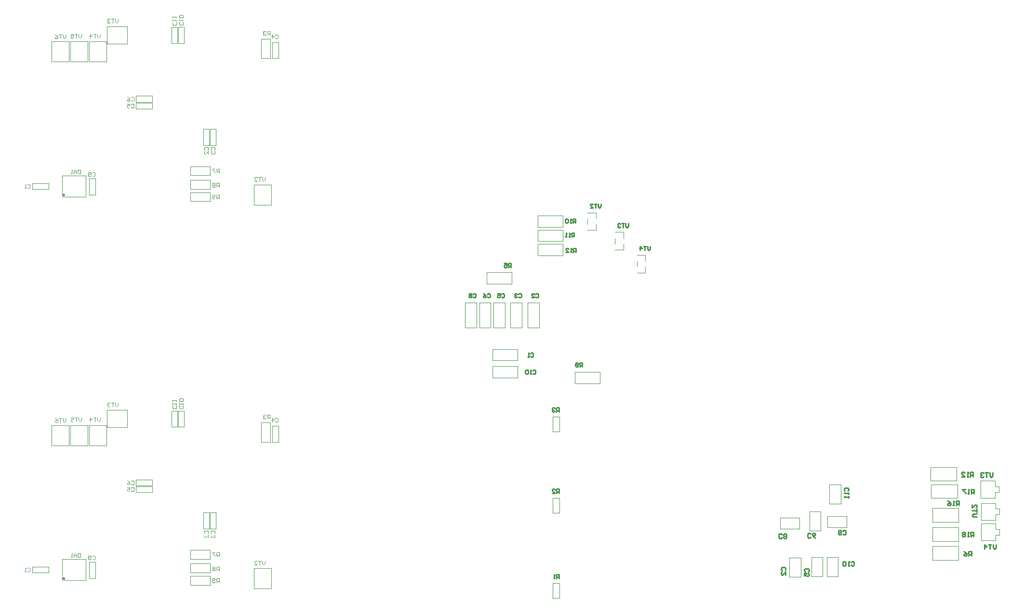
<source format=gbr>
G04*
G04 #@! TF.GenerationSoftware,Altium Limited,Altium Designer,24.2.2 (26)*
G04*
G04 Layer_Color=32896*
%FSLAX44Y44*%
%MOMM*%
G71*
G04*
G04 #@! TF.SameCoordinates,E132748E-00BF-457D-A5CC-83FA1D806D28*
G04*
G04*
G04 #@! TF.FilePolarity,Positive*
G04*
G01*
G75*
%ADD22C,0.2540*%
%ADD24C,0.2500*%
%ADD84C,0.1000*%
%ADD86C,0.0500*%
D22*
X1757334Y500502D02*
X1756001Y501835D01*
Y504501D01*
X1757334Y505834D01*
X1762666D01*
X1763999Y504501D01*
Y501835D01*
X1762666Y500502D01*
X1763999Y497836D02*
Y495171D01*
Y496503D01*
X1756001D01*
X1757334Y497836D01*
X1763999Y491172D02*
Y488506D01*
Y489839D01*
X1756001D01*
X1757334Y491172D01*
X1768165Y375416D02*
X1769498Y376749D01*
X1772164D01*
X1773497Y375416D01*
Y370084D01*
X1772164Y368751D01*
X1769498D01*
X1768165Y370084D01*
X1765499Y368751D02*
X1762834D01*
X1764166D01*
Y376749D01*
X1765499Y375416D01*
X1758835D02*
X1757502Y376749D01*
X1754836D01*
X1753503Y375416D01*
Y370084D01*
X1754836Y368751D01*
X1757502D01*
X1758835Y370084D01*
Y375416D01*
X1753833Y430166D02*
X1755166Y431499D01*
X1757832D01*
X1759164Y430166D01*
Y424834D01*
X1757832Y423501D01*
X1755166D01*
X1753833Y424834D01*
X1751167D02*
X1749834Y423501D01*
X1747168D01*
X1745836Y424834D01*
Y430166D01*
X1747168Y431499D01*
X1749834D01*
X1751167Y430166D01*
Y428833D01*
X1749834Y427500D01*
X1745836D01*
X1646837Y418734D02*
X1645504Y417402D01*
X1642838D01*
X1641505Y418734D01*
Y424066D01*
X1642838Y425399D01*
X1645504D01*
X1646837Y424066D01*
X1649503Y418734D02*
X1650836Y417402D01*
X1653502D01*
X1654834Y418734D01*
Y420067D01*
X1653502Y421400D01*
X1654834Y422733D01*
Y424066D01*
X1653502Y425399D01*
X1650836D01*
X1649503Y424066D01*
Y422733D01*
X1650836Y421400D01*
X1649503Y420067D01*
Y418734D01*
X1650836Y421400D02*
X1653502D01*
X1983997Y495751D02*
Y503749D01*
X1979998D01*
X1978665Y502416D01*
Y499750D01*
X1979998Y498417D01*
X1983997D01*
X1981331D02*
X1978665Y495751D01*
X1975999D02*
X1973333D01*
X1974666D01*
Y503749D01*
X1975999Y502416D01*
X1969335Y503749D02*
X1964003D01*
Y502416D01*
X1969335Y497084D01*
Y495751D01*
X2022913Y406249D02*
Y400917D01*
X2020247Y398251D01*
X2017582Y400917D01*
Y406249D01*
X2014916D02*
X2009584D01*
X2012250D01*
Y398251D01*
X2002920D02*
Y406249D01*
X2006918Y402250D01*
X2001587D01*
X2017163Y532749D02*
Y527417D01*
X2014497Y524751D01*
X2011832Y527417D01*
Y532749D01*
X2009166D02*
X2003834D01*
X2006500D01*
Y524751D01*
X2001168Y531416D02*
X1999836Y532749D01*
X1997170D01*
X1995837Y531416D01*
Y530083D01*
X1997170Y528750D01*
X1998503D01*
X1997170D01*
X1995837Y527417D01*
Y526084D01*
X1997170Y524751D01*
X1999836D01*
X2001168Y526084D01*
X1988999Y455087D02*
X1983667D01*
X1981002Y457753D01*
X1983667Y460419D01*
X1988999D01*
Y463084D02*
Y468416D01*
Y465750D01*
X1981002D01*
Y476413D02*
Y471082D01*
X1986333Y476413D01*
X1987666D01*
X1988999Y475081D01*
Y472415D01*
X1987666Y471082D01*
X1983397Y420251D02*
Y428249D01*
X1979398D01*
X1978065Y426916D01*
Y424250D01*
X1979398Y422917D01*
X1983397D01*
X1980731D02*
X1978065Y420251D01*
X1975399D02*
X1972733D01*
X1974066D01*
Y428249D01*
X1975399Y426916D01*
X1968735D02*
X1967402Y428249D01*
X1964736D01*
X1963403Y426916D01*
Y425583D01*
X1964736Y424250D01*
X1963403Y422917D01*
Y421584D01*
X1964736Y420251D01*
X1967402D01*
X1968735Y421584D01*
Y422917D01*
X1967402Y424250D01*
X1968735Y425583D01*
Y426916D01*
X1967402Y424250D02*
X1964736D01*
X1957747Y475251D02*
Y483249D01*
X1953748D01*
X1952415Y481916D01*
Y479250D01*
X1953748Y477917D01*
X1957747D01*
X1955081D02*
X1952415Y475251D01*
X1949749D02*
X1947084D01*
X1948416D01*
Y483249D01*
X1949749Y481916D01*
X1937753Y483249D02*
X1940419Y481916D01*
X1943085Y479250D01*
Y476584D01*
X1941752Y475251D01*
X1939086D01*
X1937753Y476584D01*
Y477917D01*
X1939086Y479250D01*
X1943085D01*
X1982497Y525751D02*
Y533749D01*
X1978498D01*
X1977165Y532416D01*
Y529750D01*
X1978498Y528417D01*
X1982497D01*
X1979831D02*
X1977165Y525751D01*
X1974499D02*
X1971833D01*
X1973166D01*
Y533749D01*
X1974499Y532416D01*
X1962503Y525751D02*
X1967835D01*
X1962503Y531083D01*
Y532416D01*
X1963836Y533749D01*
X1966502D01*
X1967835Y532416D01*
X1979664Y386251D02*
Y394249D01*
X1975666D01*
X1974333Y392916D01*
Y390250D01*
X1975666Y388917D01*
X1979664D01*
X1976999D02*
X1974333Y386251D01*
X1966335Y394249D02*
X1969001Y392916D01*
X1971667Y390250D01*
Y387584D01*
X1970334Y386251D01*
X1967668D01*
X1966335Y387584D01*
Y388917D01*
X1967668Y390250D01*
X1971667D01*
X1697417Y419584D02*
X1696084Y418251D01*
X1693418D01*
X1692086Y419584D01*
Y424916D01*
X1693418Y426249D01*
X1696084D01*
X1697417Y424916D01*
X1705414Y418251D02*
X1702749Y419584D01*
X1700083Y422250D01*
Y424916D01*
X1701416Y426249D01*
X1704082D01*
X1705414Y424916D01*
Y423583D01*
X1704082Y422250D01*
X1700083D01*
X1687584Y358583D02*
X1686251Y359916D01*
Y362582D01*
X1687584Y363914D01*
X1692916D01*
X1694249Y362582D01*
Y359916D01*
X1692916Y358583D01*
X1686251Y350586D02*
Y355917D01*
X1690250D01*
X1688917Y353251D01*
Y351918D01*
X1690250Y350586D01*
X1692916D01*
X1694249Y351918D01*
Y354584D01*
X1692916Y355917D01*
X1646734Y360933D02*
X1645401Y362265D01*
Y364931D01*
X1646734Y366264D01*
X1652065D01*
X1653398Y364931D01*
Y362265D01*
X1652065Y360933D01*
X1653398Y352935D02*
Y358267D01*
X1648067Y352935D01*
X1646734D01*
X1645401Y354268D01*
Y356934D01*
X1646734Y358267D01*
X1415264Y930898D02*
Y926233D01*
X1412932Y923900D01*
X1410599Y926233D01*
Y930898D01*
X1408266D02*
X1403601D01*
X1405934D01*
Y923900D01*
X1397770D02*
Y930898D01*
X1401268Y927399D01*
X1396603D01*
X1376656Y971284D02*
Y966619D01*
X1374323Y964286D01*
X1371991Y966619D01*
Y971284D01*
X1369658D02*
X1364993D01*
X1367326D01*
Y964286D01*
X1362661Y970117D02*
X1361494Y971284D01*
X1359162D01*
X1357995Y970117D01*
Y968951D01*
X1359162Y967785D01*
X1360328D01*
X1359162D01*
X1357995Y966619D01*
Y965452D01*
X1359162Y964286D01*
X1361494D01*
X1362661Y965452D01*
X1328396Y1005828D02*
Y1001163D01*
X1326064Y998830D01*
X1323731Y1001163D01*
Y1005828D01*
X1321398D02*
X1316733D01*
X1319066D01*
Y998830D01*
X1309735D02*
X1314400D01*
X1309735Y1003495D01*
Y1004661D01*
X1310902Y1005828D01*
X1313234D01*
X1314400Y1004661D01*
X1284747Y920501D02*
Y927499D01*
X1281248D01*
X1280082Y926333D01*
Y924000D01*
X1281248Y922834D01*
X1284747D01*
X1282415D02*
X1280082Y920501D01*
X1277749D02*
X1275417D01*
X1276583D01*
Y927499D01*
X1277749Y926333D01*
X1267253Y920501D02*
X1271918D01*
X1267253Y925166D01*
Y926333D01*
X1268419Y927499D01*
X1270752D01*
X1271918Y926333D01*
X1281581Y947501D02*
Y954499D01*
X1278082D01*
X1276916Y953333D01*
Y951000D01*
X1278082Y949834D01*
X1281581D01*
X1279248D02*
X1276916Y947501D01*
X1274583D02*
X1272251D01*
X1273417D01*
Y954499D01*
X1274583Y953333D01*
X1268752Y947501D02*
X1266419D01*
X1267585D01*
Y954499D01*
X1268752Y953333D01*
X1283747Y972501D02*
Y979499D01*
X1280248D01*
X1279082Y978333D01*
Y976000D01*
X1280248Y974834D01*
X1283747D01*
X1281415D02*
X1279082Y972501D01*
X1276749D02*
X1274417D01*
X1275583D01*
Y979499D01*
X1276749Y978333D01*
X1270918D02*
X1269752Y979499D01*
X1267419D01*
X1266253Y978333D01*
Y973667D01*
X1267419Y972501D01*
X1269752D01*
X1270918Y973667D01*
Y978333D01*
X1295884Y718922D02*
Y725920D01*
X1292385D01*
X1291219Y724753D01*
Y722421D01*
X1292385Y721255D01*
X1295884D01*
X1293551D02*
X1291219Y718922D01*
X1288886Y720088D02*
X1287720Y718922D01*
X1285387D01*
X1284221Y720088D01*
Y724753D01*
X1285387Y725920D01*
X1287720D01*
X1288886Y724753D01*
Y723587D01*
X1287720Y722421D01*
X1284221D01*
X1170662Y893928D02*
Y900926D01*
X1167163D01*
X1165997Y899760D01*
Y897427D01*
X1167163Y896261D01*
X1170662D01*
X1168329D02*
X1165997Y893928D01*
X1158999Y900926D02*
X1163664D01*
Y897427D01*
X1161332Y898593D01*
X1160165D01*
X1158999Y897427D01*
Y895094D01*
X1160165Y893928D01*
X1162498D01*
X1163664Y895094D01*
X1254736Y639928D02*
Y646926D01*
X1251237D01*
X1250071Y645760D01*
Y643427D01*
X1251237Y642261D01*
X1254736D01*
X1252403D02*
X1250071Y639928D01*
X1247738Y645760D02*
X1246572Y646926D01*
X1244239D01*
X1243073Y645760D01*
Y644593D01*
X1244239Y643427D01*
X1245406D01*
X1244239D01*
X1243073Y642261D01*
Y641094D01*
X1244239Y639928D01*
X1246572D01*
X1247738Y641094D01*
X1254736Y496926D02*
Y503924D01*
X1251237D01*
X1250071Y502757D01*
Y500425D01*
X1251237Y499259D01*
X1254736D01*
X1252403D02*
X1250071Y496926D01*
X1243073D02*
X1247738D01*
X1243073Y501591D01*
Y502757D01*
X1244239Y503924D01*
X1246572D01*
X1247738Y502757D01*
X1254736Y346812D02*
Y353810D01*
X1251237D01*
X1250071Y352644D01*
Y350311D01*
X1251237Y349145D01*
X1254736D01*
X1252403D02*
X1250071Y346812D01*
X1247738D02*
X1245406D01*
X1246572D01*
Y353810D01*
X1247738Y352644D01*
X1209082Y712333D02*
X1210248Y713499D01*
X1212581D01*
X1213747Y712333D01*
Y707667D01*
X1212581Y706501D01*
X1210248D01*
X1209082Y707667D01*
X1206749Y706501D02*
X1204417D01*
X1205583D01*
Y713499D01*
X1206749Y712333D01*
X1200918D02*
X1199752Y713499D01*
X1197419D01*
X1196253Y712333D01*
Y707667D01*
X1197419Y706501D01*
X1199752D01*
X1200918Y707667D01*
Y712333D01*
X1104021Y846674D02*
X1105187Y847840D01*
X1107520D01*
X1108686Y846674D01*
Y842008D01*
X1107520Y840842D01*
X1105187D01*
X1104021Y842008D01*
X1101688Y846674D02*
X1100522Y847840D01*
X1098189D01*
X1097023Y846674D01*
Y845507D01*
X1098189Y844341D01*
X1097023Y843175D01*
Y842008D01*
X1098189Y840842D01*
X1100522D01*
X1101688Y842008D01*
Y843175D01*
X1100522Y844341D01*
X1101688Y845507D01*
Y846674D01*
X1100522Y844341D02*
X1098189D01*
X1129167Y846674D02*
X1130333Y847840D01*
X1132666D01*
X1133832Y846674D01*
Y842008D01*
X1132666Y840842D01*
X1130333D01*
X1129167Y842008D01*
X1122169Y847840D02*
X1124502Y846674D01*
X1126834Y844341D01*
Y842008D01*
X1125668Y840842D01*
X1123335D01*
X1122169Y842008D01*
Y843175D01*
X1123335Y844341D01*
X1126834D01*
X1154059Y846674D02*
X1155225Y847840D01*
X1157558D01*
X1158724Y846674D01*
Y842008D01*
X1157558Y840842D01*
X1155225D01*
X1154059Y842008D01*
X1147061Y847840D02*
X1151726D01*
Y844341D01*
X1149394Y845507D01*
X1148227D01*
X1147061Y844341D01*
Y842008D01*
X1148227Y840842D01*
X1150560D01*
X1151726Y842008D01*
X1184031Y846674D02*
X1185197Y847840D01*
X1187530D01*
X1188696Y846674D01*
Y842008D01*
X1187530Y840842D01*
X1185197D01*
X1184031Y842008D01*
X1181698Y846674D02*
X1180532Y847840D01*
X1178199D01*
X1177033Y846674D01*
Y845507D01*
X1178199Y844341D01*
X1179366D01*
X1178199D01*
X1177033Y843175D01*
Y842008D01*
X1178199Y840842D01*
X1180532D01*
X1181698Y842008D01*
X1214003Y846674D02*
X1215169Y847840D01*
X1217502D01*
X1218668Y846674D01*
Y842008D01*
X1217502Y840842D01*
X1215169D01*
X1214003Y842008D01*
X1207005Y840842D02*
X1211670D01*
X1207005Y845507D01*
Y846674D01*
X1208171Y847840D01*
X1210504D01*
X1211670Y846674D01*
X1205000Y742333D02*
X1206166Y743499D01*
X1208499D01*
X1209665Y742333D01*
Y737667D01*
X1208499Y736501D01*
X1206166D01*
X1205000Y737667D01*
X1202667Y736501D02*
X1200335D01*
X1201501D01*
Y743499D01*
X1202667Y742333D01*
D24*
X386500Y1021500D02*
G03*
X386500Y1021500I-1250J0D01*
G01*
Y346500D02*
G03*
X386500Y346500I-1250J0D01*
G01*
D84*
X1911000Y470250D02*
X1957000D01*
X1911000Y446250D02*
Y470250D01*
Y446250D02*
X1957000D01*
Y470250D01*
X1911000Y403250D02*
X1957000D01*
X1911000Y379250D02*
Y403250D01*
Y379250D02*
X1957000D01*
Y403250D01*
X1911000Y436250D02*
X1957000D01*
X1911000Y412250D02*
Y436250D01*
Y412250D02*
X1957000D01*
Y436250D01*
X1726880Y456250D02*
X1760880D01*
X1726880Y436250D02*
Y456250D01*
Y436250D02*
X1760880D01*
Y456250D01*
X1679750Y349370D02*
Y383370D01*
X1659750D02*
X1679750D01*
X1659750Y349370D02*
Y383370D01*
Y349370D02*
X1679750D01*
X1955000Y488250D02*
Y512250D01*
X1909000Y488250D02*
X1955000D01*
X1909000D02*
Y512250D01*
X1955000D01*
X1954000Y518250D02*
Y542250D01*
X1908000Y518250D02*
X1954000D01*
X1908000D02*
Y542250D01*
X1954000D01*
X1997000Y413250D02*
X2021999D01*
Y423250D01*
X2028999D01*
Y433250D01*
X2021999D02*
X2028999D01*
X2021999D02*
Y443250D01*
X1997000D02*
X2021999D01*
X1997000Y413250D02*
Y443250D01*
X1996000Y488250D02*
Y518250D01*
X2021000D01*
Y508250D02*
Y518250D01*
Y508250D02*
X2028000D01*
Y498250D02*
Y508250D01*
X2021000Y498250D02*
X2028000D01*
X2021000Y488250D02*
Y498250D01*
X1996000Y488250D02*
X2021000D01*
X1997000Y449250D02*
X2022000D01*
Y459250D01*
X2029000D01*
Y469250D01*
X2022000D02*
X2029000D01*
X2022000D02*
Y479250D01*
X1997000D02*
X2022000D01*
X1997000Y449250D02*
Y479250D01*
X1745750Y350000D02*
Y384000D01*
X1725750D02*
X1745750D01*
X1725750Y350000D02*
Y384000D01*
Y350000D02*
X1745750D01*
X1730000Y477670D02*
Y511670D01*
Y477670D02*
X1750000D01*
Y511670D01*
X1730000D02*
X1750000D01*
X1643900Y433650D02*
X1677900D01*
Y453650D01*
X1643900D02*
X1677900D01*
X1643900Y433650D02*
Y453650D01*
X1698500Y350120D02*
X1718500D01*
X1698500D02*
Y384120D01*
X1718500D01*
Y350120D02*
Y384120D01*
X1695000Y430750D02*
X1715000D01*
X1695000D02*
Y464750D01*
X1715000D01*
Y430750D02*
Y464750D01*
X480256Y1331120D02*
Y1326455D01*
X477923Y1324122D01*
X475591Y1326455D01*
Y1331120D01*
X473258D02*
X468593D01*
X470926D01*
Y1324122D01*
X466260Y1329953D02*
X465094Y1331120D01*
X462762D01*
X461595Y1329953D01*
Y1328787D01*
X462762Y1327621D01*
X463928D01*
X462762D01*
X461595Y1326455D01*
Y1325288D01*
X462762Y1324122D01*
X465094D01*
X466260Y1325288D01*
X448760Y1304704D02*
Y1300039D01*
X446427Y1297706D01*
X444095Y1300039D01*
Y1304704D01*
X441762D02*
X437097D01*
X439430D01*
Y1297706D01*
X431266D02*
Y1304704D01*
X434765Y1301205D01*
X430099D01*
X415740Y1304704D02*
Y1300039D01*
X413407Y1297706D01*
X411075Y1300039D01*
Y1304704D01*
X408742D02*
X404077D01*
X406410D01*
Y1297706D01*
X397079Y1304704D02*
X401744D01*
Y1301205D01*
X399412Y1302371D01*
X398246D01*
X397079Y1301205D01*
Y1298872D01*
X398246Y1297706D01*
X400578D01*
X401744Y1298872D01*
X388330Y1303499D02*
Y1298834D01*
X385998Y1296501D01*
X383665Y1298834D01*
Y1303499D01*
X381333D02*
X376667D01*
X379000D01*
Y1296501D01*
X369670Y1303499D02*
X372002Y1302333D01*
X374335Y1300000D01*
Y1297667D01*
X373168Y1296501D01*
X370836D01*
X369670Y1297667D01*
Y1298834D01*
X370836Y1300000D01*
X374335D01*
X414164Y1065999D02*
Y1059001D01*
X410665D01*
X409499Y1060167D01*
Y1064833D01*
X410665Y1065999D01*
X414164D01*
X407166Y1059001D02*
Y1063666D01*
X404834Y1065999D01*
X402501Y1063666D01*
Y1059001D01*
Y1062500D01*
X407166D01*
X400168Y1059001D02*
X397836D01*
X399002D01*
Y1065999D01*
X400168Y1064833D01*
X738574Y1052482D02*
Y1047817D01*
X736241Y1045484D01*
X733909Y1047817D01*
Y1052482D01*
X731576D02*
X726911D01*
X729244D01*
Y1045484D01*
X719913D02*
X724578D01*
X719913Y1050149D01*
Y1051316D01*
X721080Y1052482D01*
X723412D01*
X724578Y1051316D01*
X657831Y1014501D02*
Y1021499D01*
X654333D01*
X653166Y1020333D01*
Y1018000D01*
X654333Y1016834D01*
X657831D01*
X655499D02*
X653166Y1014501D01*
X650834Y1015667D02*
X649667Y1014501D01*
X647335D01*
X646169Y1015667D01*
Y1020333D01*
X647335Y1021499D01*
X649667D01*
X650834Y1020333D01*
Y1019166D01*
X649667Y1018000D01*
X646169D01*
X657831Y1035501D02*
Y1042499D01*
X654333D01*
X653166Y1041333D01*
Y1039000D01*
X654333Y1037834D01*
X657831D01*
X655499D02*
X653166Y1035501D01*
X650834Y1041333D02*
X649667Y1042499D01*
X647335D01*
X646169Y1041333D01*
Y1040166D01*
X647335Y1039000D01*
X646169Y1037834D01*
Y1036667D01*
X647335Y1035501D01*
X649667D01*
X650834Y1036667D01*
Y1037834D01*
X649667Y1039000D01*
X650834Y1040166D01*
Y1041333D01*
X649667Y1039000D02*
X647335D01*
X657831Y1060501D02*
Y1067499D01*
X654333D01*
X653166Y1066333D01*
Y1064000D01*
X654333Y1062834D01*
X657831D01*
X655499D02*
X653166Y1060501D01*
X650834Y1067499D02*
X646169D01*
Y1066333D01*
X650834Y1061667D01*
Y1060501D01*
X747210Y1302532D02*
Y1309530D01*
X743711D01*
X742545Y1308363D01*
Y1306031D01*
X743711Y1304865D01*
X747210D01*
X744877D02*
X742545Y1302532D01*
X740212Y1308363D02*
X739046Y1309530D01*
X736713D01*
X735547Y1308363D01*
Y1307197D01*
X736713Y1306031D01*
X737880D01*
X736713D01*
X735547Y1304865D01*
Y1303698D01*
X736713Y1302532D01*
X739046D01*
X740212Y1303698D01*
X581603Y1325484D02*
X582769Y1324318D01*
Y1321985D01*
X581603Y1320819D01*
X576937D01*
X575771Y1321985D01*
Y1324318D01*
X576937Y1325484D01*
X575771Y1327817D02*
Y1330149D01*
Y1328983D01*
X582769D01*
X581603Y1327817D01*
X575771Y1333648D02*
Y1335981D01*
Y1334815D01*
X582769D01*
X581603Y1333648D01*
X593603Y1325318D02*
X594769Y1324152D01*
Y1321819D01*
X593603Y1320653D01*
X588937D01*
X587771Y1321819D01*
Y1324152D01*
X588937Y1325318D01*
X587771Y1327651D02*
Y1329983D01*
Y1328817D01*
X594769D01*
X593603Y1327651D01*
Y1333482D02*
X594769Y1334648D01*
Y1336981D01*
X593603Y1338147D01*
X588937D01*
X587771Y1336981D01*
Y1334648D01*
X588937Y1333482D01*
X593603D01*
X435166Y1060333D02*
X436333Y1061499D01*
X438665D01*
X439832Y1060333D01*
Y1055667D01*
X438665Y1054501D01*
X436333D01*
X435166Y1055667D01*
X432834D02*
X431667Y1054501D01*
X429335D01*
X428168Y1055667D01*
Y1060333D01*
X429335Y1061499D01*
X431667D01*
X432834Y1060333D01*
Y1059166D01*
X431667Y1058000D01*
X428168D01*
X503436Y1192733D02*
X504603Y1193899D01*
X506935D01*
X508102Y1192733D01*
Y1188067D01*
X506935Y1186901D01*
X504603D01*
X503436Y1188067D01*
X496439Y1193899D02*
X498771Y1192733D01*
X501104Y1190400D01*
Y1188067D01*
X499937Y1186901D01*
X497605D01*
X496439Y1188067D01*
Y1189234D01*
X497605Y1190400D01*
X501104D01*
X503436Y1180733D02*
X504603Y1181899D01*
X506935D01*
X508102Y1180733D01*
Y1176067D01*
X506935Y1174901D01*
X504603D01*
X503436Y1176067D01*
X496439Y1181899D02*
X501104D01*
Y1178400D01*
X498771Y1179566D01*
X497605D01*
X496439Y1178400D01*
Y1176067D01*
X497605Y1174901D01*
X499937D01*
X501104Y1176067D01*
X756769Y1302522D02*
X757935Y1303688D01*
X760268D01*
X761434Y1302522D01*
Y1297856D01*
X760268Y1296690D01*
X757935D01*
X756769Y1297856D01*
X750937Y1296690D02*
Y1303688D01*
X754436Y1300189D01*
X749771D01*
X644937Y1100566D02*
X643771Y1101733D01*
Y1104065D01*
X644937Y1105231D01*
X649603D01*
X650769Y1104065D01*
Y1101733D01*
X649603Y1100566D01*
X644937Y1098234D02*
X643771Y1097067D01*
Y1094735D01*
X644937Y1093569D01*
X646104D01*
X647270Y1094735D01*
Y1095901D01*
Y1094735D01*
X648436Y1093569D01*
X649603D01*
X650769Y1094735D01*
Y1097067D01*
X649603Y1098234D01*
X632937Y1100566D02*
X631771Y1101733D01*
Y1104065D01*
X632937Y1105231D01*
X637603D01*
X638769Y1104065D01*
Y1101733D01*
X637603Y1100566D01*
X638769Y1093568D02*
Y1098234D01*
X634104Y1093568D01*
X632937D01*
X631771Y1094735D01*
Y1097067D01*
X632937Y1098234D01*
X321000Y1039333D02*
X322166Y1040499D01*
X324499D01*
X325665Y1039333D01*
Y1034667D01*
X324499Y1033501D01*
X322166D01*
X321000Y1034667D01*
X318667Y1033501D02*
X316335D01*
X317501D01*
Y1040499D01*
X318667Y1039333D01*
X480256Y656120D02*
Y651455D01*
X477923Y649122D01*
X475591Y651455D01*
Y656120D01*
X473258D02*
X468593D01*
X470926D01*
Y649122D01*
X466260Y654954D02*
X465094Y656120D01*
X462762D01*
X461595Y654954D01*
Y653787D01*
X462762Y652621D01*
X463928D01*
X462762D01*
X461595Y651455D01*
Y650288D01*
X462762Y649122D01*
X465094D01*
X466260Y650288D01*
X448760Y629704D02*
Y625039D01*
X446427Y622706D01*
X444095Y625039D01*
Y629704D01*
X441762D02*
X437097D01*
X439430D01*
Y622706D01*
X431266D02*
Y629704D01*
X434765Y626205D01*
X430099D01*
X415740Y629704D02*
Y625039D01*
X413407Y622706D01*
X411075Y625039D01*
Y629704D01*
X408742D02*
X404077D01*
X406410D01*
Y622706D01*
X397079Y629704D02*
X401744D01*
Y626205D01*
X399412Y627371D01*
X398246D01*
X397079Y626205D01*
Y623872D01*
X398246Y622706D01*
X400578D01*
X401744Y623872D01*
X388330Y628499D02*
Y623834D01*
X385998Y621501D01*
X383665Y623834D01*
Y628499D01*
X381333D02*
X376667D01*
X379000D01*
Y621501D01*
X369670Y628499D02*
X372002Y627333D01*
X374335Y625000D01*
Y622667D01*
X373168Y621501D01*
X370836D01*
X369670Y622667D01*
Y623834D01*
X370836Y625000D01*
X374335D01*
X414164Y390999D02*
Y384001D01*
X410665D01*
X409499Y385167D01*
Y389833D01*
X410665Y390999D01*
X414164D01*
X407166Y384001D02*
Y388666D01*
X404834Y390999D01*
X402501Y388666D01*
Y384001D01*
Y387500D01*
X407166D01*
X400168Y384001D02*
X397836D01*
X399002D01*
Y390999D01*
X400168Y389833D01*
X738574Y377482D02*
Y372817D01*
X736241Y370484D01*
X733909Y372817D01*
Y377482D01*
X731576D02*
X726911D01*
X729244D01*
Y370484D01*
X719913D02*
X724578D01*
X719913Y375149D01*
Y376315D01*
X721080Y377482D01*
X723412D01*
X724578Y376315D01*
X657831Y339501D02*
Y346499D01*
X654333D01*
X653166Y345333D01*
Y343000D01*
X654333Y341834D01*
X657831D01*
X655499D02*
X653166Y339501D01*
X650834Y340667D02*
X649667Y339501D01*
X647335D01*
X646169Y340667D01*
Y345333D01*
X647335Y346499D01*
X649667D01*
X650834Y345333D01*
Y344166D01*
X649667Y343000D01*
X646169D01*
X657831Y360501D02*
Y367499D01*
X654333D01*
X653166Y366333D01*
Y364000D01*
X654333Y362834D01*
X657831D01*
X655499D02*
X653166Y360501D01*
X650834Y366333D02*
X649667Y367499D01*
X647335D01*
X646169Y366333D01*
Y365166D01*
X647335Y364000D01*
X646169Y362834D01*
Y361667D01*
X647335Y360501D01*
X649667D01*
X650834Y361667D01*
Y362834D01*
X649667Y364000D01*
X650834Y365166D01*
Y366333D01*
X649667Y364000D02*
X647335D01*
X657831Y385501D02*
Y392499D01*
X654333D01*
X653166Y391333D01*
Y389000D01*
X654333Y387834D01*
X657831D01*
X655499D02*
X653166Y385501D01*
X650834Y392499D02*
X646169D01*
Y391333D01*
X650834Y386667D01*
Y385501D01*
X747210Y627532D02*
Y634530D01*
X743711D01*
X742545Y633363D01*
Y631031D01*
X743711Y629865D01*
X747210D01*
X744877D02*
X742545Y627532D01*
X740212Y633363D02*
X739046Y634530D01*
X736713D01*
X735547Y633363D01*
Y632197D01*
X736713Y631031D01*
X737880D01*
X736713D01*
X735547Y629865D01*
Y628698D01*
X736713Y627532D01*
X739046D01*
X740212Y628698D01*
X581603Y650484D02*
X582769Y649318D01*
Y646985D01*
X581603Y645819D01*
X576937D01*
X575771Y646985D01*
Y649318D01*
X576937Y650484D01*
X575771Y652817D02*
Y655149D01*
Y653983D01*
X582769D01*
X581603Y652817D01*
X575771Y658648D02*
Y660981D01*
Y659815D01*
X582769D01*
X581603Y658648D01*
X593603Y650318D02*
X594769Y649152D01*
Y646819D01*
X593603Y645653D01*
X588937D01*
X587771Y646819D01*
Y649152D01*
X588937Y650318D01*
X587771Y652651D02*
Y654983D01*
Y653817D01*
X594769D01*
X593603Y652651D01*
Y658482D02*
X594769Y659648D01*
Y661981D01*
X593603Y663147D01*
X588937D01*
X587771Y661981D01*
Y659648D01*
X588937Y658482D01*
X593603D01*
X435166Y385333D02*
X436333Y386499D01*
X438665D01*
X439832Y385333D01*
Y380667D01*
X438665Y379501D01*
X436333D01*
X435166Y380667D01*
X432834D02*
X431667Y379501D01*
X429335D01*
X428168Y380667D01*
Y385333D01*
X429335Y386499D01*
X431667D01*
X432834Y385333D01*
Y384166D01*
X431667Y383000D01*
X428168D01*
X503436Y517733D02*
X504603Y518899D01*
X506935D01*
X508102Y517733D01*
Y513067D01*
X506935Y511901D01*
X504603D01*
X503436Y513067D01*
X496439Y518899D02*
X498771Y517733D01*
X501104Y515400D01*
Y513067D01*
X499937Y511901D01*
X497605D01*
X496439Y513067D01*
Y514234D01*
X497605Y515400D01*
X501104D01*
X503436Y505733D02*
X504603Y506899D01*
X506935D01*
X508102Y505733D01*
Y501067D01*
X506935Y499901D01*
X504603D01*
X503436Y501067D01*
X496439Y506899D02*
X501104D01*
Y503400D01*
X498771Y504566D01*
X497605D01*
X496439Y503400D01*
Y501067D01*
X497605Y499901D01*
X499937D01*
X501104Y501067D01*
X756769Y627522D02*
X757935Y628688D01*
X760268D01*
X761434Y627522D01*
Y622856D01*
X760268Y621690D01*
X757935D01*
X756769Y622856D01*
X750937Y621690D02*
Y628688D01*
X754436Y625189D01*
X749771D01*
X644937Y425566D02*
X643771Y426733D01*
Y429065D01*
X644937Y430232D01*
X649603D01*
X650769Y429065D01*
Y426733D01*
X649603Y425566D01*
X644937Y423234D02*
X643771Y422067D01*
Y419735D01*
X644937Y418569D01*
X646104D01*
X647270Y419735D01*
Y420901D01*
Y419735D01*
X648436Y418569D01*
X649603D01*
X650769Y419735D01*
Y422067D01*
X649603Y423234D01*
X632937Y425566D02*
X631771Y426733D01*
Y429065D01*
X632937Y430231D01*
X637603D01*
X638769Y429065D01*
Y426733D01*
X637603Y425566D01*
X638769Y418568D02*
Y423234D01*
X634104Y418568D01*
X632937D01*
X631771Y419735D01*
Y422067D01*
X632937Y423234D01*
X321000Y364333D02*
X322166Y365499D01*
X324499D01*
X325665Y364333D01*
Y359667D01*
X324499Y358501D01*
X322166D01*
X321000Y359667D01*
X318667Y358501D02*
X316335D01*
X317501D01*
Y365499D01*
X318667Y364333D01*
D86*
X574020Y1288150D02*
Y1316650D01*
Y1288150D02*
X584520D01*
Y1316650D01*
X574020D02*
X584520D01*
X382000Y1018500D02*
X424000D01*
X382000D02*
Y1055500D01*
X424000Y1018500D02*
Y1055500D01*
X382000D02*
X424000D01*
X460750Y1287250D02*
X496250D01*
Y1317750D01*
X460750D02*
X496250D01*
X460750Y1287250D02*
Y1317750D01*
X429250Y1255750D02*
X459750D01*
X429250D02*
Y1291250D01*
X459750D01*
Y1255750D02*
Y1291250D01*
X396250Y1255750D02*
X426750D01*
X396250D02*
Y1291250D01*
X426750D01*
Y1255750D02*
Y1291250D01*
X363250Y1255750D02*
X393750D01*
X363250D02*
Y1291250D01*
X393750D01*
Y1255750D02*
Y1291250D01*
X608000Y1026000D02*
X642250D01*
X607750Y1025750D02*
X608000Y1026000D01*
X607750Y1010250D02*
Y1025750D01*
Y1010250D02*
X642250D01*
Y1026000D01*
X607750Y1056000D02*
X642000D01*
X642250Y1056250D01*
Y1071750D01*
X607750D02*
X642250D01*
X607750Y1056000D02*
Y1071750D01*
Y1032000D02*
X642000D01*
X642250Y1032250D01*
Y1047750D01*
X607750D02*
X642250D01*
X607750Y1032000D02*
Y1047750D01*
X719250Y1039250D02*
X749750D01*
Y1003750D02*
Y1039250D01*
X719250Y1003750D02*
X749750D01*
X719250D02*
Y1039250D01*
X586020Y1288150D02*
X596520D01*
X586020D02*
Y1316650D01*
X596520D01*
Y1288150D02*
Y1316650D01*
X512020Y1185150D02*
Y1195650D01*
X540520D01*
Y1185150D02*
Y1195650D01*
X512020Y1185150D02*
X540520D01*
Y1173150D02*
Y1183650D01*
X512020Y1173150D02*
X540520D01*
X512020D02*
Y1183650D01*
X540520D01*
X642020Y1109150D02*
X652520D01*
X642020D02*
Y1137650D01*
X652520D01*
Y1109150D02*
Y1137650D01*
X630020D02*
X640520D01*
Y1109150D02*
Y1137650D01*
X630020Y1109150D02*
X640520D01*
X630020D02*
Y1137650D01*
X748000Y1261750D02*
Y1296000D01*
X747750Y1296250D02*
X748000Y1296000D01*
X732250Y1296250D02*
X747750D01*
X732250Y1261750D02*
Y1296250D01*
Y1261750D02*
X748000D01*
X751750Y1290250D02*
X762250D01*
Y1261750D02*
Y1290250D01*
X751750Y1261750D02*
X762250D01*
X751750D02*
Y1290250D01*
X429750Y1050250D02*
X440250D01*
Y1021750D02*
Y1050250D01*
X429750Y1021750D02*
X440250D01*
X429750D02*
Y1050250D01*
X329750Y1031750D02*
Y1042250D01*
X358250D01*
Y1031750D02*
Y1042250D01*
X329750Y1031750D02*
X358250D01*
X1218000Y965000D02*
Y985000D01*
X1262000Y965000D02*
Y985000D01*
X1218000Y965000D02*
X1262000D01*
X1218000Y985000D02*
X1262000D01*
X1218000Y939958D02*
Y959958D01*
X1262000Y939958D02*
Y959958D01*
X1218000Y939958D02*
X1262000D01*
X1218000Y959958D02*
X1262000D01*
X1218000Y914915D02*
Y934915D01*
X1262000Y914915D02*
Y934915D01*
X1218000Y914915D02*
X1262000D01*
X1218000Y934915D02*
X1262000D01*
X1305250Y959500D02*
X1320250D01*
Y970000D02*
X1320250Y959500D01*
X1320250Y980000D02*
Y990500D01*
X1305250Y970000D02*
Y980000D01*
Y990500D02*
X1320250D01*
X1353500Y925000D02*
X1368500D01*
Y935500D02*
X1368500Y925000D01*
X1368500Y945500D02*
Y956000D01*
X1353500Y935500D02*
Y945500D01*
Y956000D02*
X1368500D01*
X1138000Y730000D02*
X1182000D01*
X1138000Y750000D02*
X1182000D01*
X1138000Y730000D02*
Y750000D01*
X1182000Y730000D02*
Y750000D01*
X1138000Y700000D02*
X1182000D01*
X1138000Y720000D02*
X1182000D01*
X1138000Y700000D02*
Y720000D01*
X1182000Y700000D02*
Y720000D01*
X1283000Y690000D02*
X1327000D01*
X1283000Y710000D02*
X1327000D01*
X1283000Y690000D02*
Y710000D01*
X1327000Y690000D02*
Y710000D01*
X1392000Y884500D02*
X1407000D01*
Y895000D02*
X1407000Y884500D01*
X1407000Y905000D02*
Y915500D01*
X1392000Y895000D02*
Y905000D01*
Y915500D02*
X1407000D01*
X1090000Y832000D02*
X1110000D01*
X1090000Y788000D02*
X1110000D01*
X1090000D02*
Y832000D01*
X1110000Y788000D02*
Y832000D01*
X1115043D02*
X1135043D01*
X1115043Y788000D02*
X1135043D01*
X1115043D02*
Y832000D01*
X1135043Y788000D02*
Y832000D01*
X1140085D02*
X1160085D01*
X1140085Y788000D02*
X1160085D01*
X1140085D02*
Y832000D01*
X1160085Y788000D02*
Y832000D01*
X1170000D02*
X1190000D01*
X1170000Y788000D02*
X1190000D01*
X1170000D02*
Y832000D01*
X1190000Y788000D02*
Y832000D01*
X1200000D02*
X1220000D01*
X1200000Y788000D02*
X1220000D01*
X1200000D02*
Y832000D01*
X1220000Y788000D02*
Y832000D01*
X1256250Y311750D02*
Y338250D01*
X1243750Y311750D02*
Y338250D01*
Y311750D02*
X1256250D01*
X1243750Y338250D02*
X1256250D01*
Y461750D02*
Y488250D01*
X1243750Y461750D02*
Y488250D01*
Y461750D02*
X1256250D01*
X1243750Y488250D02*
X1256250D01*
Y604750D02*
Y631250D01*
X1243750Y604750D02*
Y631250D01*
Y604750D02*
X1256250D01*
X1243750Y631250D02*
X1256250D01*
X1128000Y865000D02*
Y885000D01*
X1172000Y865000D02*
Y885000D01*
X1128000Y865000D02*
X1172000D01*
X1128000Y885000D02*
X1172000D01*
X574020Y613150D02*
Y641650D01*
Y613150D02*
X584520D01*
Y641650D01*
X574020D02*
X584520D01*
X382000Y343500D02*
X424000D01*
X382000D02*
Y380500D01*
X424000Y343500D02*
Y380500D01*
X382000D02*
X424000D01*
X460750Y612250D02*
X496250D01*
Y642750D01*
X460750D02*
X496250D01*
X460750Y612250D02*
Y642750D01*
X429250Y580750D02*
X459750D01*
X429250D02*
Y616250D01*
X459750D01*
Y580750D02*
Y616250D01*
X396250Y580750D02*
X426750D01*
X396250D02*
Y616250D01*
X426750D01*
Y580750D02*
Y616250D01*
X363250Y580750D02*
X393750D01*
X363250D02*
Y616250D01*
X393750D01*
Y580750D02*
Y616250D01*
X608000Y351000D02*
X642250D01*
X607750Y350750D02*
X608000Y351000D01*
X607750Y335250D02*
Y350750D01*
Y335250D02*
X642250D01*
Y351000D01*
X607750Y381000D02*
X642000D01*
X642250Y381250D01*
Y396750D01*
X607750D02*
X642250D01*
X607750Y381000D02*
Y396750D01*
Y357000D02*
X642000D01*
X642250Y357250D01*
Y372750D01*
X607750D02*
X642250D01*
X607750Y357000D02*
Y372750D01*
X719250Y364250D02*
X749750D01*
Y328750D02*
Y364250D01*
X719250Y328750D02*
X749750D01*
X719250D02*
Y364250D01*
X586020Y613150D02*
X596520D01*
X586020D02*
Y641650D01*
X596520D01*
Y613150D02*
Y641650D01*
X512020Y510150D02*
Y520650D01*
X540520D01*
Y510150D02*
Y520650D01*
X512020Y510150D02*
X540520D01*
Y498150D02*
Y508650D01*
X512020Y498150D02*
X540520D01*
X512020D02*
Y508650D01*
X540520D01*
X642020Y434150D02*
X652520D01*
X642020D02*
Y462650D01*
X652520D01*
Y434150D02*
Y462650D01*
X630020D02*
X640520D01*
Y434150D02*
Y462650D01*
X630020Y434150D02*
X640520D01*
X630020D02*
Y462650D01*
X748000Y586750D02*
Y621000D01*
X747750Y621250D02*
X748000Y621000D01*
X732250Y621250D02*
X747750D01*
X732250Y586750D02*
Y621250D01*
Y586750D02*
X748000D01*
X751750Y615250D02*
X762250D01*
Y586750D02*
Y615250D01*
X751750Y586750D02*
X762250D01*
X751750D02*
Y615250D01*
X429750Y375250D02*
X440250D01*
Y346750D02*
Y375250D01*
X429750Y346750D02*
X440250D01*
X429750D02*
Y375250D01*
X329750Y356750D02*
Y367250D01*
X358250D01*
Y356750D02*
Y367250D01*
X329750Y356750D02*
X358250D01*
M02*

</source>
